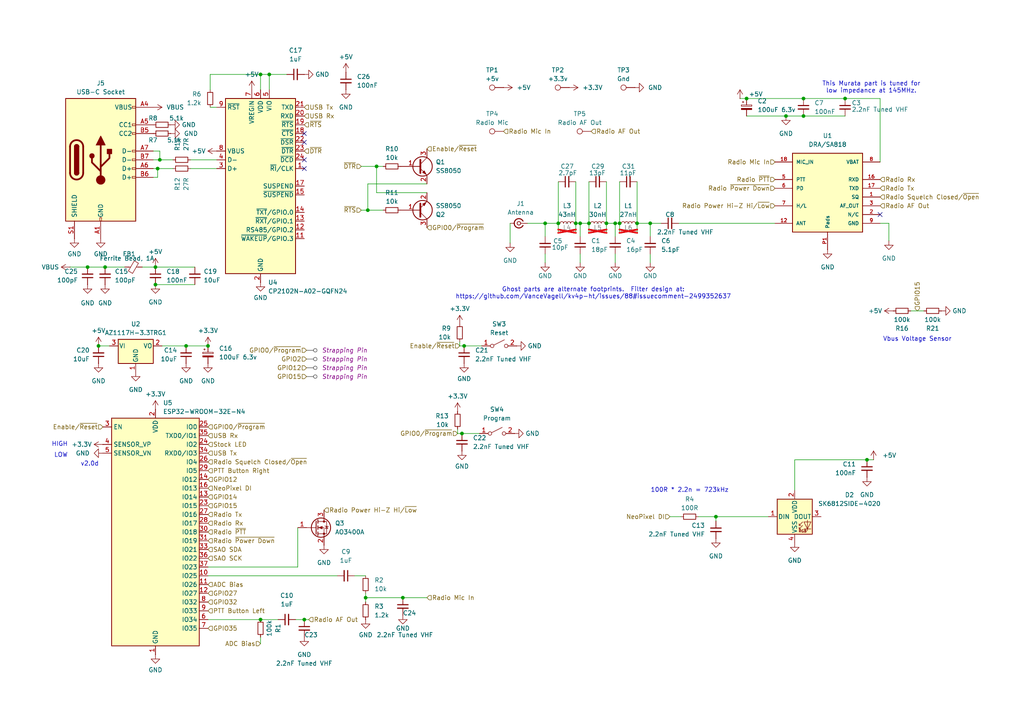
<source format=kicad_sch>
(kicad_sch (version 20231120) (generator "eeschema") (generator_version "8.0")
  (paper "A4")
  (title_block (title "kv4P HT") (date "2024-11-26") (rev "2.0c") (company "VanceVagell") (comment 1 "https://github.com/VanceVagell/kv4p-ht") (comment 2 "v2 hardware by @SmittyHalibut"))
  (junction (at 251.46 133.35))
  (junction (at 179.705 64.77))
  (junction (at 30.48 77.47))
  (junction (at 88.265 179.705))
  (junction (at 133.985 125.73))
  (junction (at 233.045 28.575))
  (junction (at 45.085 82.55))
  (junction (at 28.575 100.33))
  (junction (at 46.355 46.355))
  (junction (at 227.965 33.655))
  (junction (at 116.84 173.355))
  (junction (at 53.975 100.33))
  (junction (at 207.645 149.86))
  (junction (at 184.785 64.77))
  (junction (at 158.115 64.77))
  (junction (at 178.435 64.77))
  (junction (at 75.565 21.59))
  (junction (at 106.045 173.355))
  (junction (at 45.72 48.895))
  (junction (at 45.085 77.47))
  (junction (at 245.11 28.575))
  (junction (at 175.895 64.77))
  (junction (at 109.22 48.26))
  (junction (at 161.925 64.77))
  (junction (at 168.275 64.77))
  (junction (at 25.4 77.47))
  (junction (at 233.045 33.655))
  (junction (at 134.62 100.33))
  (junction (at 216.535 28.575))
  (junction (at 167.005 64.77))
  (junction (at 188.595 64.77))
  (junction (at 60.325 100.33))
  (junction (at 78.105 21.59))
  (junction (at 106.68 60.96))
  (junction (at 75.565 179.705))
  (junction (at 170.815 64.77))
  (no_connect (at 88.265 46.355))
  (no_connect (at 88.265 41.275))
  (no_connect (at 255.27 62.23))
  (no_connect (at 88.265 38.735))
  (no_connect (at 88.265 48.895))
  (wire (pts (xy 196.85 64.77) (xy 224.79 64.77)))
  (wire (pts (xy 75.565 21.59) (xy 78.105 21.59)))
  (wire (pts (xy 178.435 64.77) (xy 179.705 64.77)))
  (wire (pts (xy 104.775 60.96) (xy 106.68 60.96)))
  (wire (pts (xy 20.32 77.47) (xy 25.4 77.47)))
  (wire (pts (xy 175.895 64.77) (xy 178.435 64.77)))
  (wire (pts (xy 123.825 55.88) (xy 109.22 55.88)))
  (wire (pts (xy 75.565 184.785) (xy 75.565 186.69)))
  (wire (pts (xy 170.815 64.77) (xy 170.815 67.31)))
  (wire (pts (xy 46.99 100.33) (xy 53.975 100.33)))
  (wire (pts (xy 147.955 64.77) (xy 147.955 70.485)))
  (wire (pts (xy 168.275 73.66) (xy 168.275 76.2)))
  (wire (pts (xy 184.785 64.77) (xy 184.785 67.31)))
  (wire (pts (xy 175.895 52.705) (xy 175.895 64.77)))
  (wire (pts (xy 132.715 125.73) (xy 132.715 124.46)))
  (wire (pts (xy 184.785 52.705) (xy 184.785 64.77)))
  (wire (pts (xy 75.565 179.705) (xy 80.645 179.705)))
  (wire (pts (xy 178.435 64.77) (xy 178.435 68.58)))
  (wire (pts (xy 123.825 53.34) (xy 106.68 53.34)))
  (wire (pts (xy 106.045 173.355) (xy 106.045 174.625)))
  (wire (pts (xy 175.895 64.77) (xy 175.895 67.31)))
  (wire (pts (xy 44.45 48.895) (xy 45.72 48.895)))
  (wire (pts (xy 41.275 77.47) (xy 45.085 77.47)))
  (wire (pts (xy 216.535 33.655) (xy 227.965 33.655)))
  (wire (pts (xy 202.565 149.86) (xy 207.645 149.86)))
  (wire (pts (xy 227.965 33.655) (xy 233.045 33.655)))
  (wire (pts (xy 88.265 179.705) (xy 89.535 179.705)))
  (wire (pts (xy 106.68 60.96) (xy 111.125 60.96)))
  (wire (pts (xy 188.595 64.77) (xy 188.595 68.58)))
  (wire (pts (xy 233.045 28.575) (xy 245.11 28.575)))
  (wire (pts (xy 264.16 90.17) (xy 267.97 90.17)))
  (wire (pts (xy 207.645 149.86) (xy 222.885 149.86)))
  (wire (pts (xy 245.11 28.575) (xy 255.27 28.575)))
  (wire (pts (xy 133.35 100.33) (xy 133.35 99.06)))
  (wire (pts (xy 60.96 31.115) (xy 62.865 31.115)))
  (wire (pts (xy 168.275 64.77) (xy 170.815 64.77)))
  (wire (pts (xy 45.72 51.435) (xy 45.72 48.895)))
  (wire (pts (xy 55.245 46.355) (xy 62.865 46.355)))
  (wire (pts (xy 109.22 55.88) (xy 109.22 48.26)))
  (wire (pts (xy 53.975 100.33) (xy 60.325 100.33)))
  (wire (pts (xy 45.085 77.47) (xy 56.515 77.47)))
  (wire (pts (xy 158.115 64.77) (xy 161.925 64.77)))
  (wire (pts (xy 46.355 43.815) (xy 46.355 46.355)))
  (wire (pts (xy 188.595 64.77) (xy 191.77 64.77)))
  (wire (pts (xy 44.45 43.815) (xy 46.355 43.815)))
  (wire (pts (xy 167.005 64.77) (xy 168.275 64.77)))
  (wire (pts (xy 133.985 125.73) (xy 132.715 125.73)))
  (wire (pts (xy 85.725 179.705) (xy 88.265 179.705)))
  (wire (pts (xy 158.115 64.77) (xy 158.115 68.58)))
  (wire (pts (xy 170.815 52.705) (xy 170.815 64.77)))
  (wire (pts (xy 109.22 48.26) (xy 111.125 48.26)))
  (wire (pts (xy 230.505 133.35) (xy 230.505 142.24)))
  (wire (pts (xy 161.925 64.77) (xy 161.925 67.31)))
  (wire (pts (xy 45.72 48.895) (xy 50.165 48.895)))
  (wire (pts (xy 60.325 179.705) (xy 75.565 179.705)))
  (wire (pts (xy 158.115 73.66) (xy 158.115 76.2)))
  (wire (pts (xy 178.435 73.66) (xy 178.435 76.2)))
  (wire (pts (xy 44.45 46.355) (xy 46.355 46.355)))
  (wire (pts (xy 153.035 64.77) (xy 158.115 64.77)))
  (wire (pts (xy 184.785 64.77) (xy 188.595 64.77)))
  (wire (pts (xy 167.005 64.77) (xy 167.005 67.31)))
  (wire (pts (xy 55.245 48.895) (xy 62.865 48.895)))
  (wire (pts (xy 60.96 21.59) (xy 60.96 26.035)))
  (wire (pts (xy 216.535 28.575) (xy 233.045 28.575)))
  (wire (pts (xy 102.87 167.005) (xy 106.045 167.005)))
  (wire (pts (xy 30.48 77.47) (xy 36.195 77.47)))
  (wire (pts (xy 188.595 73.66) (xy 188.595 76.2)))
  (wire (pts (xy 168.275 64.77) (xy 168.275 68.58)))
  (wire (pts (xy 116.84 173.355) (xy 123.825 173.355)))
  (wire (pts (xy 257.81 64.77) (xy 257.81 69.85)))
  (wire (pts (xy 75.565 26.035) (xy 75.565 21.59)))
  (wire (pts (xy 134.62 100.33) (xy 139.7 100.33)))
  (wire (pts (xy 179.705 52.705) (xy 179.705 64.77)))
  (wire (pts (xy 60.325 167.005) (xy 97.79 167.005)))
  (wire (pts (xy 134.62 100.33) (xy 133.35 100.33)))
  (wire (pts (xy 255.27 64.77) (xy 257.81 64.77)))
  (wire (pts (xy 28.575 100.33) (xy 31.75 100.33)))
  (wire (pts (xy 60.325 164.465) (xy 86.36 164.465)))
  (wire (pts (xy 106.045 172.085) (xy 106.045 173.355)))
  (wire (pts (xy 106.045 173.355) (xy 116.84 173.355)))
  (wire (pts (xy 179.705 64.77) (xy 179.705 67.31)))
  (wire (pts (xy 251.46 133.35) (xy 230.505 133.35)))
  (wire (pts (xy 44.45 51.435) (xy 45.72 51.435)))
  (wire (pts (xy 133.985 125.73) (xy 139.065 125.73)))
  (wire (pts (xy 25.4 77.47) (xy 30.48 77.47)))
  (wire (pts (xy 253.365 133.35) (xy 251.46 133.35)))
  (wire (pts (xy 207.645 149.86) (xy 207.645 151.13)))
  (wire (pts (xy 78.105 21.59) (xy 83.185 21.59)))
  (wire (pts (xy 255.27 46.99) (xy 255.27 28.575)))
  (wire (pts (xy 194.31 149.86) (xy 197.485 149.86)))
  (wire (pts (xy 86.36 164.465) (xy 86.36 153.035)))
  (wire (pts (xy 106.68 53.34) (xy 106.68 60.96)))
  (wire (pts (xy 104.775 48.26) (xy 109.22 48.26)))
  (wire (pts (xy 167.005 52.705) (xy 167.005 64.77)))
  (wire (pts (xy 161.925 52.705) (xy 161.925 64.77)))
  (wire (pts (xy 45.085 82.55) (xy 56.515 82.55)))
  (wire (pts (xy 233.045 33.655) (xy 245.11 33.655)))
  (wire (pts (xy 46.355 46.355) (xy 50.165 46.355)))
  (wire (pts (xy 78.105 26.035) (xy 78.105 21.59)))
  (wire (pts (xy 214.63 28.575) (xy 216.535 28.575)))
  (wire (pts (xy 75.565 21.59) (xy 60.96 21.59)))
  (text "Ghost parts are alternate footprints.  Filter design at:\nhttps://github.com/VanceVagell/kv4p-ht/issues/88#issuecomment-2499352637" (at 172.085 85.09 0) (effects (font (size 1.27 1.27))))
  (text "v2.0d" (at 26.035 134.62 0) (effects (font (size 1.27 1.27))))
  (text "LOW" (at 19.685 132.08 0) (effects (font (size 1.27 1.27)) (justify right)))
  (text "HIGH" (at 19.685 128.905 0) (effects (font (size 1.27 1.27)) (justify right)))
  (text "100R * 2.2n = 723kHz" (at 200.025 142.24 0) (effects (font (size 1.27 1.27))))
  (text "This Murata part is tuned for\nlow impedance at 145MHz." (at 252.73 25.4 0) (effects (font (size 1.27 1.27))))
  (text "Vbus Voltage Sensor" (at 266.065 98.425 0) (effects (font (size 1.27 1.27))))
  (hierarchical_label "Enable{slash}~{Reset}" (shape input) (at 133.35 100.33 180))
  (hierarchical_label "SAO SCK" (shape input) (at 60.325 161.925 0))
  (hierarchical_label "Radio Squelch Closed{slash}~{Open}" (shape input) (at 60.325 133.985 0))
  (hierarchical_label "~{RTS}" (shape input) (at 88.265 36.195 0))
  (hierarchical_label "Radio Rx" (shape input) (at 255.27 52.07 0))
  (hierarchical_label "Radio Rx" (shape input) (at 60.325 151.765 0))
  (hierarchical_label "GPIO12" (shape input) (at 88.9 106.68 180))
  (hierarchical_label "~{RTS}" (shape input) (at 104.775 60.96 180))
  (hierarchical_label "GPIO2" (shape input) (at 88.9 104.14 180))
  (hierarchical_label "PTT Button Right" (shape input) (at 60.325 136.525 0))
  (hierarchical_label "~{DTR}" (shape input) (at 104.775 48.26 180))
  (hierarchical_label "ADC Bias" (shape input) (at 75.565 186.69 180))
  (hierarchical_label "GPIO0{slash}~{Program}" (shape input) (at 123.825 66.04 0))
  (hierarchical_label "Enable{slash}~{Reset}" (shape input) (at 29.845 123.825 180))
  (hierarchical_label "Stock LED" (shape input) (at 60.325 128.905 0))
  (hierarchical_label "USB Tx" (shape input) (at 60.325 131.445 0))
  (hierarchical_label "Radio AF Out" (shape input) (at 255.27 59.69 0))
  (hierarchical_label "GPIO0{slash}~{Program}" (shape input) (at 132.715 125.73 180))
  (hierarchical_label "USB Tx" (shape input) (at 88.265 31.115 0))
  (hierarchical_label "GPIO32" (shape input) (at 60.325 174.625 0))
  (hierarchical_label "GPIO12" (shape input) (at 60.325 139.065 0))
  (hierarchical_label "Radio Mic In" (shape input) (at 123.825 173.355 0))
  (hierarchical_label "GPIO0{slash}~{Program}" (shape input) (at 60.325 123.825 0))
  (hierarchical_label "Radio Squelch Closed{slash}~{Open}" (shape input) (at 255.27 57.15 0))
  (hierarchical_label "ADC Bias" (shape input) (at 60.325 169.545 0))
  (hierarchical_label "Enable{slash}~{Reset}" (shape input) (at 123.825 43.18 0))
  (hierarchical_label "Radio Power Hi-Z Hi{slash}~{Low}" (shape input) (at 93.98 147.955 0))
  (hierarchical_label "USB Rx" (shape input) (at 88.265 33.655 0))
  (hierarchical_label "USB Rx" (shape input) (at 60.325 126.365 0))
  (hierarchical_label "Radio Tx" (shape input) (at 60.325 149.225 0))
  (hierarchical_label "Radio AF Out" (shape input) (at 171.45 38.1 0))
  (hierarchical_label "Radio Mic In" (shape input) (at 224.79 46.99 180))
  (hierarchical_label "GPIO15" (shape input) (at 266.065 90.17 90))
  (hierarchical_label "GPIO15" (shape input) (at 88.9 109.22 180))
  (hierarchical_label "Radio Power Hi-Z Hi{slash}~{Low}" (shape input) (at 224.79 59.69 180))
  (hierarchical_label "PTT Button Left" (shape input) (at 60.325 177.165 0))
  (hierarchical_label "NeoPixel DI" (shape input) (at 60.325 141.605 0))
  (hierarchical_label "GPIO14" (shape input) (at 60.325 144.145 0))
  (hierarchical_label "Radio AF Out" (shape input) (at 89.535 179.705 0))
  (hierarchical_label "NeoPixel DI" (shape input) (at 194.31 149.86 180))
  (hierarchical_label "GPIO27" (shape input) (at 60.325 172.085 0))
  (hierarchical_label "Radio ~{PTT}" (shape input) (at 224.79 52.07 180))
  (hierarchical_label "Radio ~{Power Down}" (shape input) (at 224.79 54.61 180))
  (hierarchical_label "GPIO15" (shape input) (at 60.325 146.685 0))
  (hierarchical_label "GPIO0{slash}~{Program}" (shape input) (at 88.9 101.6 180))
  (hierarchical_label "~{DTR}" (shape input) (at 88.265 43.815 0))
  (hierarchical_label "Radio Tx" (shape input) (at 255.27 54.61 0))
  (hierarchical_label "GPIO35" (shape input) (at 60.325 182.245 0))
  (hierarchical_label "SAO SDA" (shape input) (at 60.325 159.385 0))
  (hierarchical_label "Radio Mic In" (shape input) (at 146.05 38.1 0))
  (hierarchical_label "Radio ~{Power Down}" (shape input) (at 60.325 156.845 0))
  (hierarchical_label "Radio ~{PTT}" (shape input) (at 60.325 154.305 0))
  (netclass_flag "" (length 2.54) (shape round) (at 88.9 104.14 270) (property "Netclass" "Strapping Pin" (at 93.345 104.14 0) (effects (font (italic yes)) (justify left))))
  (netclass_flag "" (length 2.54) (shape round) (at 88.9 101.6 270) (property "Netclass" "Strapping Pin" (at 93.345 101.6 0) (effects (font (italic yes)) (justify left))))
  (netclass_flag "" (length 2.54) (shape round) (at 88.9 109.22 270) (property "Netclass" "Strapping Pin" (at 93.345 109.22 0) (effects (font (italic yes)) (justify left))))
  (netclass_flag "" (length 2.54) (shape round) (at 88.9 106.68 270) (property "Netclass" "Strapping Pin" (at 93.345 106.68 0) (effects (font (italic yes)) (justify left))))
  (symbol (lib_id "Device:R_Small") (at 270.51 90.17 90) (mirror x) (unit 1)
    (property "Reference" "R21" (at 270.51 95.25 90))
    (property "Value" "100k" (at 270.51 92.71 90))
    (property "Footprint" "Resistor_SMD:R_0603_1608Metric" (effects (hide yes)))
    (property "Description" "Resistor, small symbol" (effects (hide yes)))
    (property "LCSC" "C25803" (effects (hide yes)))
  )
  (symbol (lib_id "Device:L_Small") (at 164.465 64.77 90) (unit 1)
    (property "Reference" "L3" (at 164.465 59.69 90))
    (property "Value" "43nH" (at 164.465 62.23 90))
    (property "Footprint" "kv4p-ht:L_0805_2115Metric (Murata Inductors)" (effects (hide yes)))
    (property "LCSC" "C1330253" (effects (hide yes)))
    (property "Part Number" "LQW2BAN43NG00L" (effects (hide yes)))
    (property "Alternate LCSC" "C1330253 (0805), C574016 (0603)" (effects (hide yes)))
  )
  (symbol (lib_id "Interface_USB:CP2102N-Axx-xQFN24") (at 75.565 53.975 0) (unit 1)
    (property "Reference" "U4" (at 77.7591 81.915 0) (effects (justify left)))
    (property "Value" "CP2102N-A02-GQFN24" (at 77.7591 84.455 0) (effects (justify left)))
    (property "Footprint" "Package_DFN_QFN:QFN-24-1EP_4x4mm_P0.5mm_EP2.6x2.6mm" (effects (hide yes)))
    (property "Datasheet" "https://www.silabs.com/documents/public/data-sheets/cp2102n-datasheet.pdf" (effects (hide yes)))
    (property "Description" "USB to UART master bridge, QFN-24" (effects (hide yes)))
    (property "LCSC" "C969151" (effects (hide yes)))
  )
  (symbol (lib_id "power:GND") (at 207.645 156.21 0) (unit 1)
    (property "Reference" "#PWR018" (effects (hide yes)))
    (property "Value" "GND" (at 207.645 161.29 0))
    (property "Description" "Power symbol creates a global label with name \"GND\" , ground" (effects (hide yes)))
  )
  (symbol (lib_id "Device:R_Small") (at 113.665 60.96 270) (unit 1)
    (property "Reference" "R11" (at 113.665 55.88 90))
    (property "Value" "10k" (at 113.665 58.42 90))
    (property "Footprint" "Resistor_SMD:R_0603_1608Metric" (effects (hide yes)))
    (property "LCSC" "C25804" (effects (hide yes)))
  )
  (symbol (lib_id "power:+5V") (at 253.365 133.35 0) (unit 1)
    (property "Reference" "#PWR014" (effects (hide yes)))
    (property "Value" "+5V" (at 255.905 132.0799 0) (effects (justify left)))
    (property "Description" "Power symbol creates a global label with name \"+5V\"" (effects (hide yes)))
  )
  (symbol (lib_id "Device:C_Small") (at 53.975 102.87 0) (mirror x) (unit 1)
    (property "Reference" "C14" (at 51.435 101.5935 0) (effects (justify right)))
    (property "Value" "10uF" (at 51.435 104.1335 0) (effects (justify right)))
    (property "Footprint" "Capacitor_SMD:C_0805_2012Metric" (effects (hide yes)))
    (property "Description" "Unpolarized capacitor, small symbol" (effects (hide yes)))
    (property "LCSC" "C15850" (effects (hide yes)))
  )
  (symbol (lib_id "Device:C_Polarized_Small") (at 60.325 102.87 0) (unit 1)
    (property "Reference" "C16" (at 63.5 101.0538 0) (effects (justify left)))
    (property "Value" "100uF 6.3v" (at 63.5 103.5938 0) (effects (justify left)))
    (property "Footprint" "Capacitor_Tantalum_SMD:CP_EIA-3528-21_Kemet-B" (effects (hide yes)))
    (property "Description" "Polarized capacitor, small symbol" (effects (hide yes)))
    (property "LCSC" "C16133" (effects (hide yes)))
  )
  (symbol (lib_id "Device:C_Small") (at 168.275 71.12 180) (unit 1)
    (property "Reference" "C1" (at 171.45 69.8435 0) (effects (justify right)))
    (property "Value" "18pF" (at 171.45 72.3835 0) (effects (justify right)))
    (property "Footprint" "Capacitor_SMD:C_0402_1005Metric" (effects (hide yes)))
    (property "LCSC" "C1549" (effects (hide yes)))
    (property "Part Number" "Ya basic." (effects (hide yes)))
  )
  (symbol (lib_id "RF_Module:ESP32-WROOM-32E") (at 45.085 154.305 0) (unit 1)
    (property "Reference" "U5" (at 47.2791 116.84 0) (effects (justify left)))
    (property "Value" "ESP32-WROOM-32E-N4" (at 47.2791 119.38 0) (effects (justify left)))
    (property "Footprint" "RF_Module:ESP32-WROOM-32D" (effects (hide yes)))
    (property "Datasheet" "https://www.espressif.com/sites/default/files/documentation/esp32-wroom-32e_esp32-wroom-32ue_datasheet_en.pdf" (effects (hide yes)))
    (property "Description" "RF Module, ESP32-D0WD-V3 SoC, without PSRAM, Wi-Fi 802.11b/g/n, Bluetooth, BLE, 32-bit, 2.7-3.6V, onboard antenna, SMD" (effects (hide yes)))
    (property "LCSC" "C701341" (effects (hide yes)))
    (property "Alternate LCSC" "C3013935 (-H4 high temp), C701342 (-N8 8M RAM), C701343 (-N16 16M RAM)" (effects (hide yes)))
  )
  (symbol (lib_id "Regulator_Linear:AZ1117-3.3") (at 39.37 100.33 0) (unit 1)
    (property "Reference" "U2" (at 39.37 93.98 0))
    (property "Value" "AZ1117H-3.3TRG1" (at 39.37 96.52 0))
    (property "Footprint" "Package_TO_SOT_SMD:SOT-223-3_TabPin2" (effects (hide yes)))
    (property "Datasheet" "https://www.diodes.com/assets/Datasheets/AZ1117.pdf" (effects (hide yes)))
    (property "Description" "1A 20V Fixed LDO Linear Regulator, 3.3V, SOT-89/SOT-223/TO-220/TO-252/TO-263" (effects (hide yes)))
    (property "LCSC" "C110474" (effects (hide yes)))
  )
  (symbol (lib_id "power:+5V") (at 28.575 100.33 0) (unit 1)
    (property "Reference" "#PWR045" (effects (hide yes)))
    (property "Value" "+5V" (at 28.575 95.885 0))
    (property "Description" "Power symbol creates a global label with name \"+5V\"" (effects (hide yes)))
  )
  (symbol (lib_id "Device:L_Small") (at 182.245 67.31 90) (unit 1) (in_bom no) (dnp yes)
    (property "Reference" "L6" (at 182.245 66.04 90))
    (property "Value" "~" (at 182.245 64.77 90))
    (property "Footprint" "Inductor_SMD:L_0603_1608Metric" (effects (hide yes)))
  )
  (symbol (lib_id "Device:L_Small") (at 164.465 67.31 90) (unit 1) (in_bom no) (dnp yes)
    (property "Reference" "L4" (at 164.465 66.04 90))
    (property "Value" "~" (at 164.465 64.77 90))
    (property "Footprint" "Inductor_SMD:L_0603_1608Metric" (effects (hide yes)))
  )
  (symbol (lib_id "power:+5V") (at 259.08 90.17 90) (unit 1)
    (property "Reference" "#PWR066" (effects (hide yes)))
    (property "Value" "+5V" (at 255.905 90.1699 90) (effects (justify left)))
    (property "Description" "Power symbol creates a global label with name \"+5V\"" (effects (hide yes)))
  )
  (symbol (lib_id "Device:R_Small") (at 106.045 177.165 180) (unit 1)
    (property "Reference" "R3" (at 108.585 175.8949 0) (effects (justify right)))
    (property "Value" "1.2k" (at 108.585 178.4349 0) (effects (justify right)))
    (property "Footprint" "Resistor_SMD:R_0603_1608Metric" (effects (hide yes)))
    (property "LCSC" "C22765" (effects (hide yes)))
  )
  (symbol (lib_id "power:GND") (at 149.225 125.73 90) (unit 1)
    (property "Reference" "#PWR047" (effects (hide yes)))
    (property "Value" "GND" (at 152.4 125.7299 90) (effects (justify right)))
    (property "Description" "Power symbol creates a global label with name \"GND\" , ground" (effects (hide yes)))
  )
  (symbol (lib_id "Device:C_Small") (at 182.245 52.705 90) (mirror x) (unit 1)
    (property "Reference" "C31" (at 180.34 48.26 90) (effects (justify right)))
    (property "Value" "11pF" (at 179.705 50.165 90) (effects (justify right)))
    (property "Footprint" "Capacitor_SMD:C_0402_1005Metric" (effects (hide yes)))
    (property "LCSC" "C527000" (effects (hide yes)))
  )
  (symbol (lib_id "Connector:TestPoint") (at 165.1 25.4 90) (unit 1) (in_bom no)
    (property "Reference" "TP2" (at 161.798 20.32 90))
    (property "Value" "+3.3v" (at 161.798 22.86 90))
    (property "Footprint" "TestPoint:TestPoint_Pad_D1.5mm" (effects (hide yes)))
    (property "Description" "test point" (effects (hide yes)))
  )
  (symbol (lib_id "power:VBUS") (at 44.45 31.115 270) (unit 1)
    (property "Reference" "#PWR043" (effects (hide yes)))
    (property "Value" "VBUS" (at 48.26 31.1149 90) (effects (justify left)))
    (property "Description" "Power symbol creates a global label with name \"VBUS\"" (effects (hide yes)))
  )
  (symbol (lib_id "Connector:TestPoint") (at 146.05 38.1 90) (unit 1) (in_bom no)
    (property "Reference" "TP4" (at 142.748 33.02 90))
    (property "Value" "Radio Mic" (at 142.748 35.56 90))
    (property "Footprint" "TestPoint:TestPoint_Pad_D1.5mm" (effects (hide yes)))
    (property "Description" "test point" (effects (hide yes)))
  )
  (symbol (lib_id "power:+3.3V") (at 133.35 93.98 0) (unit 1)
    (property "Reference" "#PWR048" (effects (hide yes)))
    (property "Value" "+3.3V" (at 133.35 89.535 0))
    (property "Description" "Power symbol creates a global label with name \"+3.3V\"" (effects (hide yes)))
  )
  (symbol (lib_id "power:+5V") (at 100.33 20.955 0) (unit 1)
    (property "Reference" "#PWR25" (effects (hide yes)))
    (property "Value" "+5V" (at 100.33 16.51 0))
    (property "Description" "Power symbol creates a global label with name \"+5V\"" (effects (hide yes)))
  )
  (symbol (lib_id "Device:L_Small") (at 182.245 64.77 90) (unit 1)
    (property "Reference" "L1" (at 182.245 59.69 90))
    (property "Value" "27nH" (at 182.245 62.23 90))
    (property "Footprint" "kv4p-ht:L_0805_2115Metric (Murata Inductors)" (effects (hide yes)))
    (property "LCSC" "C1330812" (effects (hide yes)))
    (property "Part Number" "LQW2BAN27NJ00L" (effects (hide yes)))
  )
  (symbol (lib_id "Device:R_Small") (at 46.99 38.735 90) (mirror x) (unit 1)
    (property "Reference" "R7" (at 45.72 40.64 90) (effects (justify left)))
    (property "Value" "5.1k" (at 52.705 40.64 90) (effects (justify left)))
    (property "Footprint" "Resistor_SMD:R_0603_1608Metric" (effects (hide yes)))
    (property "Description" "Resistor, small symbol" (effects (hide yes)))
    (property "LCSC" "C26000" (effects (hide yes)))
  )
  (symbol (lib_id "power:GND") (at 149.86 100.33 90) (unit 1)
    (property "Reference" "#PWR046" (effects (hide yes)))
    (property "Value" "GND" (at 153.035 100.3299 90) (effects (justify right)))
    (property "Description" "Power symbol creates a global label with name \"GND\" , ground" (effects (hide yes)))
  )
  (symbol (lib_id "power:GND") (at 60.325 105.41 0) (unit 1)
    (property "Reference" "#PWR032" (effects (hide yes)))
    (property "Value" "GND" (at 60.325 110.49 0))
    (property "Description" "Power symbol creates a global label with name \"GND\" , ground" (effects (hide yes)))
  )
  (symbol (lib_id "Device:C_Small") (at 194.31 64.77 90) (unit 1)
    (property "Reference" "C8" (at 194.31 62.23 90))
    (property "Value" "2.2nF Tuned VHF" (at 198.755 67.31 90))
    (property "Footprint" "Capacitor_SMD:C_0603_1608Metric" (effects (hide yes)))
    (property "Description" "Unpolarized capacitor, small symbol" (effects (hide yes)))
    (property "LCSC" "C2168957" (effects (hide yes)))
    (property "Manufacturer" "Murata" (effects (hide yes)))
    (property "Part Number" "GCM1885C1H222FA16D" (effects (hide yes)))
    (property "Alternate LCSC" "C882578, C2168957" (effects (hide yes)))
  )
  (symbol (lib_id "Device:C_Small") (at 30.48 80.01 180) (unit 1)
    (property "Reference" "C15" (at 33.274 78.7335 0) (effects (justify right)))
    (property "Value" "100pF" (at 33.274 81.2735 0) (effects (justify right)))
    (property "Footprint" "Capacitor_SMD:C_0603_1608Metric" (effects (hide yes)))
    (property "Description" "Unpolarized capacitor, small symbol" (effects (hide yes)))
    (property "LCSC" "C14858" (effects (hide yes)))
  )
  (symbol (lib_id "Device:R_Small") (at 52.705 48.895 270) (mirror x) (unit 1)
    (property "Reference" "R12" (at 51.4349 51.435 0) (effects (justify right)))
    (property "Value" "27R" (at 53.9749 51.435 0) (effects (justify right)))
    (property "Footprint" "Resistor_SMD:R_0603_1608Metric" (effects (hide yes)))
    (property "LCSC" "C25190" (effects (hide yes)))
  )
  (symbol (lib_id "power:GND") (at 168.275 76.2 0) (unit 1)
    (property "Reference" "#PWR07" (effects (hide yes)))
    (property "Value" "GND" (at 168.275 80.01 0))
    (property "Description" "Power symbol creates a global label with name \"GND\" , ground" (effects (hide yes)))
  )
  (symbol (lib_id "Transistor_BJT:SS8050") (at 121.285 48.26 0) (unit 1)
    (property "Reference" "Q1" (at 126.365 46.9899 0) (effects (justify left)))
    (property "Value" "SS8050" (at 126.365 49.5299 0) (effects (justify left)))
    (property "Footprint" "Package_TO_SOT_SMD:SOT-23" (effects (hide yes)))
    (property "Datasheet" "http://www.secosgmbh.com/datasheet/products/SSMPTransistor/SOT-23/SS8050.pdf" (effects (hide yes)))
    (property "Description" "General Purpose NPN Transistor, 1.5A Ic, 25V Vce, SOT-23" (effects (hide yes)))
    (property "LCSC" "C2150" (effects (hide yes)))
  )
  (symbol (lib_id "Device:C_Small") (at 158.115 71.12 180) (unit 1)
    (property "Reference" "C5" (at 160.4391 69.9014 0) (effects (justify right)))
    (property "Value" "10pF" (at 160.02 71.755 0) (effects (justify right)))
    (property "Footprint" "Capacitor_SMD:C_0402_1005Metric" (effects (hide yes)))
    (property "LCSC" "C32949" (effects (hide yes)))
    (property "Part Number" "Ya so basic." (effects (hide yes)))
  )
  (symbol (lib_id "Device:R_Small") (at 46.99 36.195 90) (unit 1)
    (property "Reference" "R8" (at 45.72 34.29 90) (effects (justify left)))
    (property "Value" "5.1k" (at 53.34 34.29 90) (effects (justify left)))
    (property "Footprint" "Resistor_SMD:R_0603_1608Metric" (effects (hide yes)))
    (property "Description" "Resistor, small symbol" (effects (hide yes)))
    (property "LCSC" "C26000" (effects (hide yes)))
  )
  (symbol (lib_id "Transistor_FET:AO3400A") (at 91.44 153.035 0) (unit 1)
    (property "Reference" "Q3" (at 97.155 151.7649 0) (effects (justify left)))
    (property "Value" "AO3400A" (at 97.155 154.3049 0) (effects (justify left)))
    (property "Footprint" "Package_TO_SOT_SMD:SOT-23" (effects (hide yes)))
    (property "Datasheet" "http://www.aosmd.com/pdfs/datasheet/AO3400A.pdf" (effects (hide yes)))
    (property "Description" "30V Vds, 5.7A Id, N-Channel MOSFET, SOT-23" (effects (hide yes)))
    (property "LCSC" "C20917" (effects (hide yes)))
  )
  (symbol (lib_id "power:GND") (at 28.575 105.41 0) (unit 1)
    (property "Reference" "#PWR029" (effects (hide yes)))
    (property "Value" "GND" (at 28.575 110.49 0))
    (property "Description" "Power symbol creates a global label with name \"GND\" , ground" (effects (hide yes)))
  )
  (symbol (lib_id "power:GND") (at 88.265 21.59 90) (unit 1)
    (property "Reference" "#PWR033" (effects (hide yes)))
    (property "Value" "GND" (at 91.44 21.5899 90) (effects (justify right)))
    (property "Description" "Power symbol creates a global label with name \"GND\" , ground" (effects (hide yes)))
  )
  (symbol (lib_id "power:GND") (at 49.53 38.735 90) (unit 1)
    (property "Reference" "#PWR041" (effects (hide yes)))
    (property "Value" "GND" (at 53.34 38.7349 90) (effects (justify right)))
    (property "Description" "Power symbol creates a global label with name \"GND\" , ground" (effects (hide yes)))
  )
  (symbol (lib_id "power:GND") (at 106.045 179.705 0) (unit 1)
    (property "Reference" "#PWR012" (effects (hide yes)))
    (property "Value" "GND" (at 106.045 184.15 0))
    (property "Description" "Power symbol creates a global label with name \"GND\" , ground" (effects (hide yes)))
  )
  (symbol (lib_id "power:+3.3V") (at 132.715 119.38 0) (unit 1)
    (property "Reference" "#PWR049" (effects (hide yes)))
    (property "Value" "+3.3V" (at 132.715 114.935 0))
    (property "Description" "Power symbol creates a global label with name \"+3.3V\"" (effects (hide yes)))
  )
  (symbol (lib_id "power:GND") (at 100.33 26.035 0) (unit 1)
    (property "Reference" "#PWR26" (effects (hide yes)))
    (property "Value" "GND" (at 100.33 31.115 0))
    (property "Description" "Power symbol creates a global label with name \"GND\" , ground" (effects (hide yes)))
  )
  (symbol (lib_id "power:+5V") (at 146.05 25.4 270) (mirror x) (unit 1)
    (property "Reference" "#PWR059" (effects (hide yes)))
    (property "Value" "+5V" (at 149.86 25.3999 90) (effects (justify left)))
    (property "Description" "Power symbol creates a global label with name \"+5V\"" (effects (hide yes)))
  )
  (symbol (lib_id "power:GND") (at 240.03 72.39 0) (unit 1)
    (property "Reference" "#PWR03" (effects (hide yes)))
    (property "Value" "GND" (at 240.03 77.47 0))
    (property "Description" "Power symbol creates a global label with name \"GND\" , ground" (effects (hide yes)))
  )
  (symbol (lib_id "Device:R_Small") (at 113.665 48.26 270) (unit 1)
    (property "Reference" "R10" (at 113.665 43.18 90))
    (property "Value" "10k" (at 113.665 45.72 90))
    (property "Footprint" "Resistor_SMD:R_0603_1608Metric" (effects (hide yes)))
    (property "LCSC" "C25804" (effects (hide yes)))
  )
  (symbol (lib_id "power:GND") (at 49.53 36.195 90) (unit 1)
    (property "Reference" "#PWR040" (effects (hide yes)))
    (property "Value" "GND" (at 52.705 36.1949 90) (effects (justify right)))
    (property "Description" "Power symbol creates a global label with name \"GND\" , ground" (effects (hide yes)))
  )
  (symbol (lib_id "Device:L_Small") (at 173.355 67.31 90) (unit 1) (in_bom no) (dnp yes)
    (property "Reference" "L5" (at 173.355 66.04 90))
    (property "Value" "~" (at 173.355 64.77 90))
    (property "Footprint" "Inductor_SMD:L_0603_1608Metric" (effects (hide yes)))
  )
  (symbol (lib_id "power:+3.3V") (at 29.845 128.905 90) (unit 1)
    (property "Reference" "#PWR064" (effects (hide yes)))
    (property "Value" "+3.3V" (at 26.67 128.9049 90) (effects (justify left)))
    (property "Description" "Power symbol creates a global label with name \"+3.3V\"" (effects (hide yes)))
  )
  (symbol (lib_id "power:GND") (at 29.845 131.445 270) (unit 1)
    (property "Reference" "#PWR065" (effects (hide yes)))
    (property "Value" "GND" (at 26.035 131.4449 90) (effects (justify right)))
    (property "Description" "Power symbol creates a global label with name \"GND\" , ground" (effects (hide yes)))
  )
  (symbol (lib_id "Device:L_Small") (at 173.355 64.77 90) (unit 1)
    (property "Reference" "L2" (at 173.355 59.69 90))
    (property "Value" "30nH" (at 173.355 62.23 90))
    (property "Footprint" "kv4p-ht:L_0805_2115Metric (Murata Inductors)" (effects (hide yes)))
    (property "LCSC" "C3221803" (effects (hide yes)))
    (property "Part Number" "LQW2BAN30NG00L" (effects (hide yes)))
    (property "Alternate LCSC" "C3221803, C5137205" (effects (hide yes)))
  )
  (symbol (lib_id "power:GND") (at 178.435 76.2 0) (unit 1)
    (property "Reference" "#PWR08" (effects (hide yes)))
    (property "Value" "GND" (at 178.435 80.01 0))
    (property "Description" "Power symbol creates a global label with name \"GND\" , ground" (effects (hide yes)))
  )
  (symbol (lib_id "power:VBUS") (at 20.32 77.47 90) (unit 1)
    (property "Reference" "#PWR044" (effects (hide yes)))
    (property "Value" "VBUS" (at 17.145 77.4699 90) (effects (justify left)))
    (property "Description" "Power symbol creates a global label with name \"VBUS\"" (effects (hide yes)))
  )
  (symbol (lib_id "Device:C_Small") (at 25.4 80.01 0) (mirror x) (unit 1)
    (property "Reference" "C25" (at 22.606 78.7335 0) (effects (justify right)))
    (property "Value" "100pF" (at 22.606 81.2735 0) (effects (justify right)))
    (property "Footprint" "Capacitor_SMD:C_0603_1608Metric" (effects (hide yes)))
    (property "Description" "Unpolarized capacitor, small symbol" (effects (hide yes)))
    (property "LCSC" "C14858" (effects (hide yes)))
  )
  (symbol (lib_id "Device:C_Small") (at 100.33 167.005 270) (unit 1)
    (property "Reference" "C9" (at 100.3236 160.02 90))
    (property "Value" "1uF" (at 100.3236 162.56 90))
    (property "Footprint" "Capacitor_SMD:C_0603_1608Metric" (effects (hide yes)))
    (property "Description" "Unpolarized capacitor, small symbol" (effects (hide yes)))
    (property "LCSC" "C15849" (effects (hide yes)))
  )
  (symbol (lib_id "power:+5V") (at 73.025 26.035 0) (unit 1)
    (property "Reference" "#PWR035" (effects (hide yes)))
    (property "Value" "+5V" (at 73.025 21.59 0))
    (property "Description" "Power symbol creates a global label with name \"+5V\"" (effects (hide yes)))
  )
  (symbol (lib_id "DRA818V:DRA818V") (at 240.03 57.15 0) (unit 1) (in_bom no)
    (property "Reference" "U1" (at 240.03 39.37 0))
    (property "Value" "DRA/SA818" (at 240.03 41.91 0))
    (property "Footprint" "kv4p-ht:DORJI_DRA818V" (effects (hide yes)))
    (property "Description_1" "\n" (effects (hide yes)))
    (property "Price" "None" (effects (hide yes)))
    (property "PART_REV" "1.23" (effects (hide yes)))
    (property "SnapEDA_Link" "https://www.snapeda.com/parts/DRA818V/DORJI/view-part/?ref=snap" (effects (hide yes)))
    (property "Availability" "Not in stock" (effects (hide yes)))
  )
  (symbol (lib_id "power:+5V") (at 45.085 77.47 0) (unit 1)
    (property "Reference" "#PWR036" (effects (hide yes)))
    (property "Value" "+5V" (at 45.085 73.025 0))
    (property "Description" "Power symbol creates a global label with name \"+5V\"" (effects (hide yes)))
  )
  (symbol (lib_id "power:GND") (at 21.59 69.215 0) (unit 1)
    (property "Reference" "#PWR037" (effects (hide yes)))
    (property "Value" "GND" (at 21.59 73.66 0))
    (property "Description" "Power symbol creates a global label with name \"GND\" , ground" (effects (hide yes)))
  )
  (symbol (lib_id "power:GND") (at 75.565 81.915 0) (unit 1)
    (property "Reference" "#PWR039" (effects (hide yes)))
    (property "Value" "GND" (at 75.565 86.36 0))
    (property "Description" "Power symbol creates a global label with name \"GND\" , ground" (effects (hide yes)))
  )
  (symbol (lib_id "power:GND") (at 251.46 138.43 0) (mirror y) (unit 1)
    (property "Reference" "#PWR017" (effects (hide yes)))
    (property "Value" "GND" (at 251.46 143.51 0))
    (property "Description" "Power symbol creates a global label with name \"GND\" , ground" (effects (hide yes)))
  )
  (symbol (lib_id "Device:C_Small") (at 164.465 52.705 90) (mirror x) (unit 1)
    (property "Reference" "C27" (at 162.56 48.26 90) (effects (justify right)))
    (property "Value" "2.7pF" (at 161.925 50.165 90) (effects (justify right)))
    (property "Footprint" "Capacitor_SMD:C_0402_1005Metric" (effects (hide yes)))
    (property "LCSC" "C1561" (effects (hide yes)))
  )
  (symbol (lib_id "power:GND") (at 116.84 178.435 0) (unit 1)
    (property "Reference" "#PWR069" (effects (hide yes)))
    (property "Value" "GND" (at 116.84 182.245 0))
    (property "Description" "Power symbol creates a global label with name \"GND\" , ground" (effects (hide yes)))
  )
  (symbol (lib_id "Device:C_Small") (at 134.62 102.87 0) (unit 1)
    (property "Reference" "C21" (at 137.795 101.6062 0) (effects (justify left)))
    (property "Value" "2.2nF Tuned VHF" (at 137.795 104.1462 0) (effects (justify left)))
    (property "Footprint" "Capacitor_SMD:C_0603_1608Metric" (effects (hide yes)))
    (property "Description" "Unpolarized capacitor, small symbol" (effects (hide yes)))
    (property "LCSC" "C2168957" (effects (hide yes)))
    (property "Manufacturer" "Murata" (effects (hide yes)))
    (property "Part Number" "GCM1885C1H222FA16D" (effects (hide yes)))
    (property "Alternate LCSC" "C882578, C2168957" (effects (hide yes)))
  )
  (symbol (lib_id "Device:C_Small") (at 45.085 80.01 0) (unit 1)
    (property "Reference" "C18" (at 48.26 78.7462 0) (effects (justify left)))
    (property "Value" "100nF" (at 48.26 81.2862 0) (effects (justify left)))
    (property "Footprint" "Capacitor_SMD:C_0603_1608Metric" (effects (hide yes)))
    (property "Description" "Unpolarized capacitor, small symbol" (effects (hide yes)))
    (property "LCSC" "C14663" (effects (hide yes)))
  )
  (symbol (lib_id "Connector:Conn_Coaxial_Small") (at 150.495 64.77 180) (unit 1)
    (property "Reference" "J1" (at 151.0145 59.055 0))
    (property "Value" "Antenna" (at 151.0145 61.595 0))
    (property "Footprint" "Connector_Coaxial:SMA_Amphenol_901-143_Horizontal" (effects (hide yes)))
    (property "Description" "small coaxial connector (BNC, SMA, SMB, SMC, Cinch/RCA, LEMO, ...)" (effects (hide yes)))
    (property "LCSC" "C496551" (effects (hide yes)))
  )
  (symbol (lib_id "Device:C_Small") (at 245.11 31.115 0) (unit 1)
    (property "Reference" "C3" (at 247.015 29.845 0) (effects (justify left)))
    (property "Value" "2.2nF Tuned VHF" (at 247.015 31.75 0) (effects (justify left)))
    (property "Footprint" "Capacitor_SMD:C_0603_1608Metric" (effects (hide yes)))
    (property "Description" "Unpolarized capacitor, small symbol" (effects (hide yes)))
    (property "LCSC" "C2168957" (effects (hide yes)))
    (property "Manufacturer" "Murata" (effects (hide yes)))
    (property "Part Number" "GCM1885C1H222FA16D" (effects (hide yes)))
    (property "Alternate LCSC" "C882578, C2168957" (effects (hide yes)))
  )
  (symbol (lib_id "power:+3.3V") (at 165.1 25.4 270) (unit 1)
    (property "Reference" "#PWR060" (effects (hide yes)))
    (property "Value" "+3.3V" (at 168.91 25.3999 90) (effects (justify left)))
    (property "Description" "Power symbol creates a global label with name \"+3.3V\"" (effects (hide yes)))
  )
  (symbol (lib_id "Connector:TestPoint") (at 184.15 25.4 90) (unit 1) (in_bom no)
    (property "Reference" "TP3" (at 180.848 20.32 90))
    (property "Value" "Gnd" (at 180.848 22.86 90))
    (property "Footprint" "TestPoint:TestPoint_THTPad_D2.5mm_Drill1.2mm" (effects (hide yes)))
    (property "Description" "test point" (effects (hide yes)))
  )
  (symbol (lib_id "power:GND") (at 257.81 69.85 0) (unit 1)
    (property "Reference" "#PWR04" (effects (hide yes)))
    (property "Value" "GND" (at 257.81 74.93 0))
    (property "Description" "Power symbol creates a global label with name \"GND\" , ground" (effects (hide yes)))
  )
  (symbol (lib_id "Connector:USB_C_Receptacle_USB2.0_14P") (at 29.21 46.355 0) (unit 1)
    (property "Reference" "J5" (at 29.21 24.13 0))
    (property "Value" "USB-C Socket" (at 29.21 26.67 0))
    (property "Footprint" "Connector_USB:USB_C_Receptacle_HCTL_HC-TYPE-C-16P-01A" (effects (hide yes)))
    (property "Datasheet" "https://www.usb.org/sites/default/files/documents/usb_type-c.zip" (effects (hide yes)))
    (property "Description" "USB 2.0-only 14P Type-C Receptacle connector" (effects (hide yes)))
    (property "LCSC" "C2894897" (effects (hide yes)))
  )
  (symbol (lib_id "power:GND") (at 29.21 69.215 0) (unit 1)
    (property "Reference" "#PWR038" (effects (hide yes)))
    (property "Value" "GND" (at 29.21 73.66 0))
    (property "Description" "Power symbol creates a global label with name \"GND\" , ground" (effects (hide yes)))
  )
  (symbol (lib_id "power:+5V") (at 214.63 28.575 0) (mirror y) (unit 1)
    (property "Reference" "#PWR022" (effects (hide yes)))
    (property "Value" "+5V" (at 217.17 27.3049 0) (effects (justify right)))
    (property "Description" "Power symbol creates a global label with name \"+5V\"" (effects (hide yes)))
  )
  (symbol (lib_id "power:GND") (at 134.62 105.41 0) (unit 1)
    (property "Reference" "#PWR050" (effects (hide yes)))
    (property "Value" "GND" (at 134.62 109.855 0))
    (property "Description" "Power symbol creates a global label with name \"GND\" , ground" (effects (hide yes)))
  )
  (symbol (lib_id "Device:R_Small") (at 75.565 182.245 0) (mirror x) (unit 1)
    (property "Reference" "R1" (at 80.645 182.245 90))
    (property "Value" "100k" (at 78.105 182.245 90))
    (property "Footprint" "Resistor_SMD:R_0603_1608Metric" (effects (hide yes)))
    (property "Description" "Resistor, small symbol" (effects (hide yes)))
    (property "LCSC" "C25803" (effects (hide yes)))
  )
  (symbol (lib_id "Device:R_Small") (at 200.025 149.86 90) (unit 1)
    (property "Reference" "R4" (at 200.025 144.78 90))
    (property "Value" "100R" (at 200.025 147.32 90))
    (property "Footprint" "Resistor_SMD:R_0603_1608Metric" (effects (hide yes)))
    (property "Description" "Resistor, small symbol" (effects (hide yes)))
    (property "LCSC" "C22775" (effects (hide yes)))
  )
  (symbol (lib_id "power:GND") (at 273.05 90.17 90) (mirror x) (unit 1)
    (property "Reference" "#PWR067" (effects (hide yes)))
    (property "Value" "GND" (at 276.225 90.1699 90) (effects (justify right)))
    (property "Description" "Power symbol creates a global label with name \"GND\" , ground" (effects (hide yes)))
  )
  (symbol (lib_id "power:+5V") (at 62.865 43.815 90) (unit 1)
    (property "Reference" "#PWR034" (effects (hide yes)))
    (property "Value" "+5V" (at 59.69 43.8149 90) (effects (justify left)))
    (property "Description" "Power symbol creates a global label with name \"+5V\"" (effects (hide yes)))
  )
  (symbol (lib_id "power:GND") (at 39.37 107.95 0) (unit 1)
    (property "Reference" "#PWR020" (effects (hide yes)))
    (property "Value" "GND" (at 39.37 113.03 0))
    (property "Description" "Power symbol creates a global label with name \"GND\" , ground" (effects (hide yes)))
  )
  (symbol (lib_id "Device:C_Small") (at 178.435 71.12 180) (unit 1)
    (property "Reference" "C4" (at 181.61 69.8435 0) (effects (justify right)))
    (property "Value" "16pF" (at 181.61 72.3835 0) (effects (justify right)))
    (property "Footprint" "Capacitor_SMD:C_0402_1005Metric" (effects (hide yes)))
    (property "LCSC" "C77590" (effects (hide yes)))
    (property "Part Number" "CC0402JRNPO9BN160" (effects (hide yes)))
  )
  (symbol (lib_id "Device:C_Small") (at 233.045 31.115 0) (unit 1)
    (property "Reference" "C7" (at 236.22 29.8512 0) (effects (justify left)))
    (property "Value" "100nF" (at 236.22 32.3912 0) (effects (justify left)))
    (property "Footprint" "Capacitor_SMD:C_0603_1608Metric" (effects (hide yes)))
    (property "Description" "Unpolarized capacitor, small symbol" (effects (hide yes)))
    (property "LCSC" "C14663" (effects (hide yes)))
  )
  (symbol (lib_id "Device:R_Small") (at 60.96 28.575 0) (mirror x) (unit 1)
    (property "Reference" "R6" (at 58.42 27.3049 0) (effects (justify right)))
    (property "Value" "1.2k" (at 58.42 29.8449 0) (effects (justify right)))
    (property "Footprint" "Resistor_SMD:R_0603_1608Metric" (effects (hide yes)))
    (property "LCSC" "C22765" (effects (hide yes)))
  )
  (symbol (lib_id "Device:C_Small") (at 83.185 179.705 90) (mirror x) (unit 1)
    (property "Reference" "C10" (at 83.1914 172.72 90))
    (property "Value" "1uF" (at 83.1914 175.26 90))
    (property "Footprint" "Capacitor_SMD:C_0603_1608Metric" (effects (hide yes)))
    (property "Description" "Unpolarized capacitor, small symbol" (effects (hide yes)))
    (property "LCSC" "C15849" (effects (hide yes)))
  )
  (symbol (lib_id "Device:C_Polarized_Small") (at 216.535 31.115 0) (unit 1)
    (property "Reference" "C2" (at 219.71 29.2988 0) (effects (justify left)))
    (property "Value" "100uF 6.3v" (at 219.71 31.8388 0) (effects (justify left)))
    (property "Footprint" "Capacitor_Tantalum_SMD:CP_EIA-3528-21_Kemet-B" (effects (hide yes)))
    (property "Description" "Polarized capacitor, small symbol" (effects (hide yes)))
    (property "LCSC" "C16133" (effects (hide yes)))
  )
  (symbol (lib_id "power:GND") (at 30.48 82.55 0) (unit 1)
    (property "Reference" "#PWR23" (effects (hide yes)))
    (property "Value" "GND" (at 30.48 87.884 0))
    (property "Description" "Power symbol creates a global label with name \"GND\" , ground" (effects (hide yes)))
  )
  (symbol (lib_id "power:GND") (at 53.975 105.41 0) (unit 1)
    (property "Reference" "#PWR13" (effects (hide yes)))
    (property "Value" "GND" (at 53.975 110.49 0))
    (property "Description" "Power symbol creates a global label with name \"GND\" , ground" (effects (hide yes)))
  )
  (symbol (lib_id "power:GND") (at 227.965 33.655 0) (unit 1)
    (property "Reference" "#PWR011" (effects (hide yes)))
    (property "Value" "GND" (at 227.965 38.735 0))
    (property "Description" "Power symbol creates a global label with name \"GND\" , ground" (effects (hide yes)))
  )
  (symbol (lib_id "power:GND") (at 93.98 158.115 0) (unit 1)
    (property "Reference" "#PWR01" (effects (hide yes)))
    (property "Value" "GND" (at 93.98 163.195 0))
    (property "Description" "Power symbol creates a global label with name \"GND\" , ground" (effects (hide yes)))
  )
  (symbol (lib_id "power:GND") (at 45.085 82.55 0) (unit 1)
    (property "Reference" "#PWR042" (effects (hide yes)))
    (property "Value" "GND" (at 45.085 87.63 0))
    (property "Description" "Power symbol creates a global label with name \"GND\" , ground" (effects (hide yes)))
  )
  (symbol (lib_id "power:GND") (at 188.595 76.2 0) (unit 1)
    (property "Reference" "#PWR09" (effects (hide yes)))
    (property "Value" "GND" (at 188.595 80.01 0))
    (property "Description" "Power symbol creates a global label with name \"GND\" , ground" (effects (hide yes)))
  )
  (symbol (lib_id "Device:R_Small") (at 132.715 121.92 0) (mirror x) (unit 1)
    (property "Reference" "R13" (at 130.175 120.6499 0) (effects (justify right)))
    (property "Value" "10k" (at 130.175 123.1899 0) (effects (justify right)))
    (property "Footprint" "Resistor_SMD:R_0603_1608Metric" (effects (hide yes)))
    (property "LCSC" "C25804" (effects (hide yes)))
  )
  (symbol (lib_id "power:+3.3V") (at 45.085 118.745 0) (unit 1)
    (property "Reference" "#PWR021" (effects (hide yes)))
    (property "Value" "+3.3V" (at 45.085 114.3 0))
    (property "Description" "Power symbol creates a global label with name \"+3.3V\"" (effects (hide yes)))
  )
  (symbol (lib_id "Transistor_BJT:SS8050") (at 121.285 60.96 0) (mirror x) (unit 1)
    (property "Reference" "Q2" (at 126.365 62.2301 0) (effects (justify left)))
    (property "Value" "SS8050" (at 126.365 59.6901 0) (effects (justify left)))
    (property "Footprint" "Package_TO_SOT_SMD:SOT-23" (effects (hide yes)))
    (property "Datasheet" "http://www.secosgmbh.com/datasheet/products/SSMPTransistor/SOT-23/SS8050.pdf" (effects (hide yes)))
    (property "Description" "General Purpose NPN Transistor, 1.5A Ic, 25V Vce, SOT-23" (effects (hide yes)))
    (property "LCSC" "C2150" (effects (hide yes)))
  )
  (symbol (lib_id "power:GND") (at 158.115 76.2 0) (unit 1)
    (property "Reference" "#PWR06" (effects (hide yes)))
    (property "Value" "GND" (at 158.115 80.01 0))
    (property "Description" "Power symbol creates a global label with name \"GND\" , ground" (effects (hide yes)))
  )
  (symbol (lib_id "Device:C_Small") (at 133.985 128.27 0) (unit 1)
    (property "Reference" "C22" (at 137.16 127.0062 0) (effects (justify left)))
    (property "Value" "2.2nF Tuned VHF" (at 137.16 129.5462 0) (effects (justify left)))
    (property "Footprint" "Capacitor_SMD:C_0603_1608Metric" (effects (hide yes)))
    (property "Description" "Unpolarized capacitor, small symbol" (effects (hide yes)))
    (property "LCSC" "C2168957" (effects (hide yes)))
    (property "Manufacturer" "Murata" (effects (hide yes)))
    (property "Part Number" "GCM1885C1H222FA16D" (effects (hide yes)))
    (property "Alternate LCSC" "C882578, C2168957" (effects (hide yes)))
  )
  (symbol (lib_id "Switch:SW_SPST") (at 144.145 125.73 0) (unit 1)
    (property "Reference" "SW4" (at 144.145 118.745 0))
    (property "Value" "Program" (at 144.145 121.285 0))
    (property "Footprint" "Button_Switch_SMD:SW_SPST_TL3342" (effects (hide yes)))
    (property "Description" "Single Pole Single Throw (SPST) switch" (effects (hide yes)))
    (property "LCSC" "C318884" (effects (hide yes)))
  )
  (symbol (lib_id "Smitty:SK6812SIDE-4020") (at 230.505 149.86 0) (unit 1)
    (property "Reference" "D2" (at 246.38 143.5414 0))
    (property "Value" "SK6812SIDE-4020" (at 246.38 146.0814 0))
    (property "Footprint" "Libraries:LED_SK6805_SIDE" (effects (hide yes)))
    (property "Datasheet" "https://cdn-shop.adafruit.com/product-files/1138/SK6812+LED+datasheet+.pdf" (effects (hide yes)))
    (property "Description" "RGB LED with integrated controller" (effects (hide yes)))
    (property "LCSC" "C2890037" (effects (hide yes)))
  )
  (symbol (lib_id "power:GND") (at 45.085 189.865 0) (unit 1)
    (property "Reference" "#PWR016" (effects (hide yes)))
    (property "Value" "GND" (at 45.085 194.31 0))
    (property "Description" "Power symbol creates a global label with name \"GND\" , ground" (effects (hide yes)))
  )
  (symbol (lib_id "power:GND") (at 88.265 184.785 0) (unit 1)
    (property "Reference" "#PWR019" (effects (hide yes)))
    (property "Value" "GND" (at 88.265 189.865 0))
    (property "Description" "Power symbol creates a global label with name \"GND\" , ground" (effects (hide yes)))
  )
  (symbol (lib_id "power:GND") (at 184.15 25.4 90) (unit 1)
    (property "Reference" "#PWR061" (effects (hide yes)))
    (property "Value" "GND" (at 187.96 25.3999 90) (effects (justify right)))
    (property "Description" "Power symbol creates a global label with name \"GND\" , ground" (effects (hide yes)))
  )
  (symbol (lib_id "power:GND") (at 133.985 130.81 0) (unit 1)
    (property "Reference" "#PWR051" (effects (hide yes)))
    (property "Value" "GND" (at 133.985 135.255 0))
    (property "Description" "Power symbol creates a global label with name \"GND\" , ground" (effects (hide yes)))
  )
  (symbol (lib_id "Connector:TestPoint") (at 171.45 38.1 90) (unit 1) (in_bom no)
    (property "Reference" "TP5" (at 168.148 33.02 90))
    (property "Value" "Radio AF Out" (at 168.148 35.56 90))
    (property "Footprint" "TestPoint:TestPoint_Pad_D1.5mm" (effects (hide yes)))
    (property "Description" "test point" (effects (hide yes)))
  )
  (symbol (lib_id "Device:R_Small") (at 52.705 46.355 270) (unit 1)
    (property "Reference" "R14" (at 51.4349 43.815 0) (effects (justify right)))
    (property "Value" "27R" (at 53.9749 43.815 0) (effects (justify right)))
    (property "Footprint" "Resistor_SMD:R_0603_1608Metric" (effects (hide yes)))
    (property "LCSC" "C25190" (effects (hide yes)))
  )
  (symbol (lib_id "Device:C_Small") (at 251.46 135.89 0) (mirror y) (unit 1)
    (property "Reference" "C11" (at 248.285 134.6262 0) (effects (justify left)))
    (property "Value" "100nF" (at 248.285 137.1662 0) (effects (justify left)))
    (property "Footprint" "Capacitor_SMD:C_0603_1608Metric" (effects (hide yes)))
    (property "Description" "Unpolarized capacitor, small symbol" (effects (hide yes)))
    (property "LCSC" "C14663" (effects (hide yes)))
  )
  (symbol (lib_id "Device:C_Small") (at 188.595 71.12 180) (unit 1)
    (property "Reference" "C6" (at 191.77 69.8435 0) (effects (justify right)))
    (property "Value" "5.1pF" (at 191.77 72.3835 0) (effects (justify right)))
    (property "Footprint" "Capacitor_SMD:C_0402_1005Metric" (effects (hide yes)))
    (property "LCSC" "C60220" (effects (hide yes)))
  )
  (symbol (lib_id "power:+3.3V") (at 60.325 100.33 0) (unit 1)
    (property "Reference" "#PWR031" (effects (hide yes)))
    (property "Value" "+3.3V" (at 60.325 95.885 0))
    (property "Description" "Power symbol creates a global label with name \"+3.3V\"" (effects (hide yes)))
  )
  (symbol (lib_id "Connector:TestPoint") (at 146.05 25.4 90) (unit 1) (in_bom no)
    (property "Reference" "TP1" (at 142.748 20.32 90))
    (property "Value" "+5v" (at 142.748 22.86 90))
    (property "Footprint" "TestPoint:TestPoint_Pad_D1.5mm" (effects (hide yes)))
    (property "Description" "test point" (effects (hide yes)))
  )
  (symbol (lib_id "power:GND") (at 25.4 82.55 0) (mirror y) (unit 1)
    (property "Reference" "#PWR24" (effects (hide yes)))
    (property "Value" "GND" (at 25.4 87.884 0))
    (property "Description" "Power symbol creates a global label with name \"GND\" , ground" (effects (hide yes)))
  )
  (symbol (lib_id "Device:C_Small") (at 116.84 175.895 0) (unit 1)
    (property "Reference" "C24" (at 116.84 177.8 0) (effects (justify left)))
    (property "Value" "2.2nF Tuned VHF" (at 109.22 184.15 0) (effects (justify left)))
    (property "Footprint" "Capacitor_SMD:C_0603_1608Metric" (effects (hide yes)))
    (property "Description" "Unpolarized capacitor, small symbol" (effects (hide yes)))
    (property "LCSC" "C2168957" (effects (hide yes)))
    (property "Manufacturer" "Murata" (effects (hide yes)))
    (property "Part Number" "GCM1885C1H222FA16D" (effects (hide yes)))
    (property "Alternate LCSC" "C882578, C2168957" (effects (hide yes)))
  )
  (symbol (lib_id "Device:R_Small") (at 261.62 90.17 90) (mirror x) (unit 1)
    (property "Reference" "R16" (at 261.62 95.25 90))
    (property "Value" "100k" (at 261.62 92.71 90))
    (property "Footprint" "Resistor_SMD:R_0603_1608Metric" (effects (hide yes)))
    (property "Description" "Resistor, small symbol" (effects (hide yes)))
    (property "LCSC" "C25803" (effects (hide yes)))
  )
  (symbol (lib_id "Device:C_Small") (at 85.725 21.59 90) (unit 1)
    (property "Reference" "C17" (at 85.7313 14.605 90))
    (property "Value" "1uF" (at 85.7313 17.145 90))
    (property "Footprint" "Capacitor_SMD:C_0603_1608Metric" (effects (hide yes)))
    (property "Description" "Unpolarized capacitor, small symbol" (effects (hide yes)))
    (property "LCSC" "C15849" (effects (hide yes)))
  )
  (symbol (lib_id "Device:C_Small") (at 56.515 80.01 180) (unit 1)
    (property "Reference" "C19" (at 59.055 78.7335 0) (effects (justify right)))
    (property "Value" "10uF" (at 59.055 81.2735 0) (effects (justify right)))
    (property "Footprint" "Capacitor_SMD:C_0805_2012Metric" (effects (hide yes)))
    (property "Description" "Unpolarized capacitor, small symbol" (effects (hide yes)))
    (property "LCSC" "C15850" (effects (hide yes)))
  )
  (symbol (lib_id "Device:C_Small") (at 173.355 52.705 90) (mirror x) (unit 1)
    (property "Reference" "C29" (at 171.45 48.26 90) (effects (justify right)))
    (property "Value" "13pF" (at 170.815 50.165 90) (effects (justify right)))
    (property "Footprint" "Capacitor_SMD:C_0402_1005Metric" (effects (hide yes)))
    (property "LCSC" "C393681" (effects (hide yes)))
  )
  (symbol (lib_id "Device:C_Small") (at 28.575 102.87 0) (mirror x) (unit 1)
    (property "Reference" "C20" (at 26.035 101.5935 0) (effects (justify right)))
    (property "Value" "10uF" (at 26.035 104.1335 0) (effects (justify right)))
    (property "Footprint" "Capacitor_SMD:C_0805_2012Metric" (effects (hide yes)))
    (property "Description" "Unpolarized capacitor, small symbol" (effects (hide yes)))
    (property "LCSC" "C15850" (effects (hide yes)))
  )
  (symbol (lib_id "power:GND") (at 147.955 70.485 0) (unit 1)
    (property "Reference" "#PWR05" (effects (hide yes)))
    (property "Value" "GND" (at 147.955 75.565 0))
    (property "Description" "Power symbol creates a global label with name \"GND\" , ground" (effects (hide yes)))
  )
  (symbol (lib_id "Device:R_Small") (at 133.35 96.52 0) (mirror x) (unit 1)
    (property "Reference" "R9" (at 130.81 95.2499 0) (effects (justify right)))
    (property "Value" "10k" (at 130.81 97.7899 0) (effects (justify right)))
    (property "Footprint" "Resistor_SMD:R_0603_1608Metric" (effects (hide yes)))
    (property "LCSC" "C25804" (effects (hide yes)))
  )
  (symbol (lib_id "power:GND") (at 230.505 157.48 0) (unit 1)
    (property "Reference" "#PWR015" (effects (hide yes)))
    (property "Value" "GND" (at 230.505 162.56 0))
    (property "Description" "Power symbol creates a global label with name \"GND\" , ground" (effects (hide yes)))
  )
  (symbol (lib_id "Device:C_Small") (at 207.645 153.67 0) (mirror y) (unit 1)
    (property "Reference" "C13" (at 204.47 152.4062 0) (effects (justify left)))
    (property "Value" "2.2nF Tuned VHF" (at 204.47 154.9462 0) (effects (justify left)))
    (property "Footprint" "Capacitor_SMD:C_0603_1608Metric" (effects (hide yes)))
    (property "Description" "Unpolarized capacitor, small symbol" (effects (hide yes)))
    (property "LCSC" "C2168957" (effects (hide yes)))
    (property "Manufacturer" "Murata" (effects (hide yes)))
    (property "Part Number" "GCM1885C1H222FA16D" (effects (hide yes)))
    (property "Alternate LCSC" "C882578, C2168957" (effects (hide yes)))
  )
  (symbol (lib_id "Device:C_Small") (at 100.33 23.495 0) (unit 1)
    (property "Reference" "C26" (at 103.505 22.2312 0) (effects (justify left)))
    (property "Value" "100nF" (at 103.505 24.7712 0) (effects (justify left)))
    (property "Footprint" "Capacitor_SMD:C_0603_1608Metric" (effects (hide yes)))
    (property "Description" "Unpolarized capacitor, small symbol" (effects (hide yes)))
    (property "LCSC" "C14663" (effects (hide yes)))
  )
  (symbol (lib_id "Device:FerriteBead_Small") (at 38.735 77.47 90) (unit 1)
    (property "Reference" "FB1" (at 37.465 73.66 90))
    (property "Value" "Ferrite Bead, 1A" (at 36.83 74.93 90))
    (property "Footprint" "Inductor_SMD:L_0603_1608Metric" (effects (hide yes)))
    (property "Description" "Ferrite bead, small symbol" (effects (hide yes)))
    (property "LCSC" "C160982" (effects (hide yes)))
    (property "Part Number" "BLM18KG102SN1D" (effects (hide yes)))
  )
  (symbol (lib_id "Device:C_Small") (at 88.265 182.245 0) (unit 1)
    (property "Reference" "C23" (at 88.265 184.15 0) (effects (justify left)))
    (property "Value" "2.2nF Tuned VHF" (at 80.01 192.405 0) (effects (justify left)))
    (property "Footprint" "Capacitor_SMD:C_0603_1608Metric" (effects (hide yes)))
    (property "Description" "Unpolarized capacitor, small symbol" (effects (hide yes)))
    (property "LCSC" "C2168957" (effects (hide yes)))
    (property "Manufacturer" "Murata" (effects (hide yes)))
    (property "Part Number" "GCM1885C1H222FA16D" (effects (hide yes)))
    (property "Alternate LCSC" "C882578, C2168957" (effects (hide yes)))
  )
  (symbol (lib_id "Switch:SW_SPST") (at 144.78 100.33 0) (unit 1)
    (property "Reference" "SW3" (at 144.78 93.98 0))
    (property "Value" "Reset" (at 144.78 96.52 0))
    (property "Footprint" "Button_Switch_SMD:SW_SPST_TL3342" (effects (hide yes)))
    (property "Description" "Single Pole Single Throw (SPST) switch" (effects (hide yes)))
    (property "LCSC" "C318884" (effects (hide yes)))
  )
  (symbol (lib_id "Device:R_Small") (at 106.045 169.545 180) (unit 1)
    (property "Reference" "R2" (at 108.585 168.2749 0) (effects (justify right)))
    (property "Value" "10k" (at 108.585 170.8149 0) (effects (justify right)))
    (property "Footprint" "Resistor_SMD:R_0603_1608Metric" (effects (hide yes)))
    (property "LCSC" "C25804" (effects (hide yes)))
  )
)
</source>
